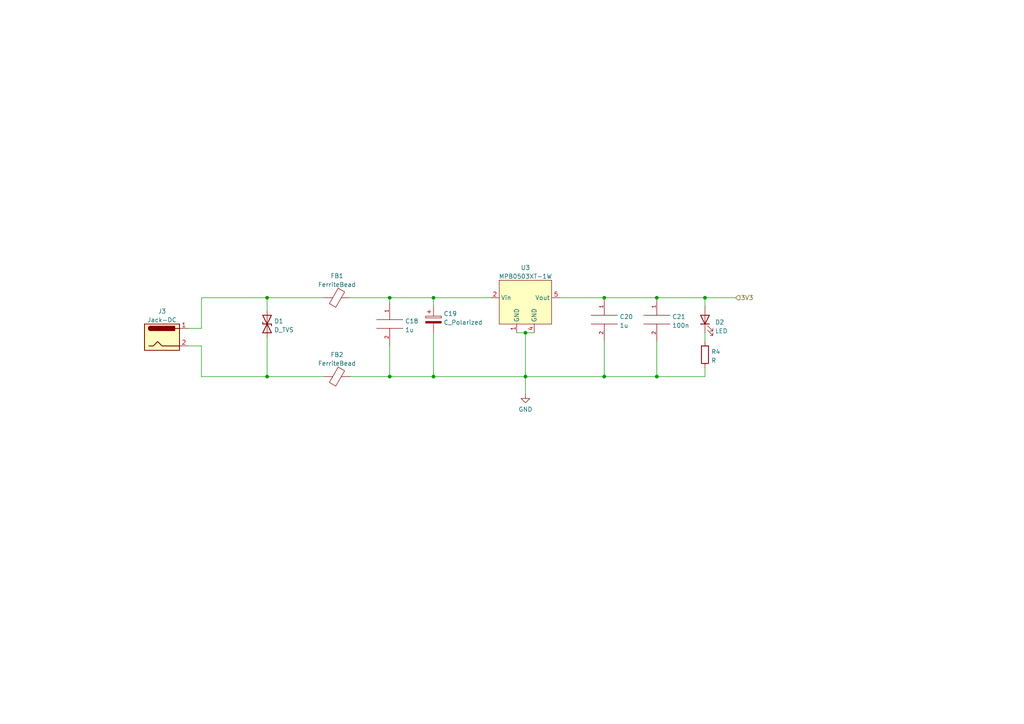
<source format=kicad_sch>
(kicad_sch (version 20211123) (generator eeschema)
  (paper "A4")
  (lib_symbols
    (symbol "Connector:Jack-DC" (pin_names (offset 1.016))
      (property "Reference" "J" (at 0 5.334 0))
      (property "Value" "Jack-DC" (at 0 -5.08 0))
      (symbol "Jack-DC_0_1"
        (rectangle (start -5.08 3.81) (end 5.08 -3.81) (stroke (width 0.254)) (fill (type background)))
        (arc (start -3.302 3.175) (mid -3.937 2.54) (end -3.302 1.905) (stroke (width 0.254)))
        (arc (start -3.302 3.175) (mid -3.937 2.54) (end -3.302 1.905) (stroke (width 0.254)) (fill (type outline)))
        (polyline (pts (xy 5.08 2.54) (xy 3.81 2.54)) (stroke (width 0.254)))
        (polyline (pts (xy -3.81 -2.54) (xy -2.54 -2.54) (xy -1.27 -1.27) (xy 0 -2.54) (xy 2.54 -2.54) (xy 5.08 -2.54)) (stroke (width 0.254)))
        (rectangle (start 3.683 3.175) (end -3.302 1.905) (stroke (width 0.254)) (fill (type outline)))
      )
      (symbol "Jack-DC_1_1"
        (pin passive line (at 7.62 2.54 180) (length 2.54) (name "~") (number "1"))
        (pin passive line (at 7.62 -2.54 180) (length 2.54) (name "~") (number "2"))
      )
    )
    (symbol "Device:C_Polarized" (pin_numbers hide) (pin_names (offset 0.254))
      (property "Reference" "C" (at 0.635 2.54 0))
      (property "Value" "C_Polarized" (at 0.635 -2.54 0))
      (symbol "C_Polarized_0_1"
        (rectangle (start -2.286 0.508) (end 2.286 1.016))
        (polyline (pts (xy -1.778 2.286) (xy -0.762 2.286)))
        (polyline (pts (xy -1.27 2.794) (xy -1.27 1.778)))
        (rectangle (start 2.286 -0.508) (end -2.286 -1.016) (fill (type outline)))
      )
      (symbol "C_Polarized_1_1"
        (pin passive line (at 0 3.81 270) (length 2.794) (name "~") (number "1"))
        (pin passive line (at 0 -3.81 90) (length 2.794) (name "~") (number "2"))
      )
    )
    (symbol "Device:D_TVS" (pin_numbers hide) (pin_names (offset 1.016) hide)
      (property "Reference" "D" (at 0 2.54 0))
      (property "Value" "D_TVS" (at 0 -2.54 0))
      (symbol "D_TVS_0_1"
        (polyline (pts (xy 1.27 0) (xy -1.27 0)))
        (polyline (pts (xy 0.508 1.27) (xy 0 1.27) (xy 0 -1.27) (xy -0.508 -1.27)) (stroke (width 0.254)))
        (polyline (pts (xy -2.54 1.27) (xy -2.54 -1.27) (xy 2.54 1.27) (xy 2.54 -1.27) (xy -2.54 1.27)) (stroke (width 0.254)))
      )
      (symbol "D_TVS_1_1"
        (pin passive line (at -3.81 0 0) (length 2.54) (name "A1") (number "1"))
        (pin passive line (at 3.81 0 180) (length 2.54) (name "A2") (number "2"))
      )
    )
    (symbol "Device:FerriteBead" (pin_numbers hide) (pin_names (offset 0))
      (property "Reference" "FB" (at -3.81 0.635 90))
      (property "Value" "FerriteBead" (at 3.81 0 90))
      (symbol "FerriteBead_0_1"
        (polyline (pts (xy 0 -1.27) (xy 0 -1.2192)))
        (polyline (pts (xy 0 1.27) (xy 0 1.2954)))
        (polyline (pts (xy -2.7686 0.4064) (xy -1.7018 2.2606) (xy 2.7686 -0.3048) (xy 1.6764 -2.159) (xy -2.7686 0.4064)))
      )
      (symbol "FerriteBead_1_1"
        (pin passive line (at 0 3.81 270) (length 2.54) (name "~") (number "1"))
        (pin passive line (at 0 -3.81 90) (length 2.54) (name "~") (number "2"))
      )
    )
    (symbol "Device:LED" (pin_numbers hide) (pin_names (offset 1.016) hide)
      (property "Reference" "D" (at 0 2.54 0))
      (property "Value" "LED" (at 0 -2.54 0))
      (symbol "LED_0_1"
        (polyline (pts (xy -1.27 -1.27) (xy -1.27 1.27)) (stroke (width 0.254)))
        (polyline (pts (xy -1.27 0) (xy 1.27 0)))
        (polyline (pts (xy 1.27 -1.27) (xy 1.27 1.27) (xy -1.27 0) (xy 1.27 -1.27)) (stroke (width 0.254)))
        (polyline (pts (xy -3.048 -0.762) (xy -4.572 -2.286) (xy -3.81 -2.286) (xy -4.572 -2.286) (xy -4.572 -1.524)))
        (polyline (pts (xy -1.778 -0.762) (xy -3.302 -2.286) (xy -2.54 -2.286) (xy -3.302 -2.286) (xy -3.302 -1.524)))
      )
      (symbol "LED_1_1"
        (pin passive line (at -3.81 0 0) (length 2.54) (name "K") (number "1"))
        (pin passive line (at 3.81 0 180) (length 2.54) (name "A") (number "2"))
      )
    )
    (symbol "Device:R" (pin_numbers hide) (pin_names (offset 0))
      (property "Reference" "R" (at 2.032 0 90))
      (property "Value" "R" (at 0 0 90))
      (symbol "R_0_1"
        (rectangle (start -1.016 -2.54) (end 1.016 2.54) (stroke (width 0.254)))
      )
      (symbol "R_1_1"
        (pin passive line (at 0 3.81 270) (length 1.27) (name "~") (number "1"))
        (pin passive line (at 0 -3.81 90) (length 1.27) (name "~") (number "2"))
      )
    )
    (symbol "MPB0503XT-1W:MPB0503XT-1W"
      (property "Reference" "U" (at 0 10.16 0))
      (property "Value" "MPB0503XT-1W" (at 0 7.62 0))
      (symbol "MPB0503XT-1W_0_1"
        (rectangle (start -7.62 5.08) (end 7.62 -7.62) (stroke (width 0.1524)) (fill (type background)))
      )
      (symbol "MPB0503XT-1W_1_1"
        (pin input line (at -2.54 -10.16 90) (length 2.54) (name "GND") (number "1"))
        (pin input line (at -10.16 0 0) (length 2.54) (name "Vin") (number "2"))
        (pin input line (at 2.54 -10.16 90) (length 2.54) (name "GND") (number "4"))
        (pin input line (at 10.16 0 180) (length 2.54) (name "Vout") (number "5"))
      )
    )
    (symbol "power:GND" (power) (pin_names (offset 0))
      (property "Value" "GND" (at 0 -3.81 0))
      (symbol "GND_0_1"
        (polyline (pts (xy 0 0) (xy 0 -1.27) (xy 1.27 -1.27) (xy 0 -2.54) (xy -1.27 -1.27) (xy 0 -1.27)))
      )
      (symbol "GND_1_1"
        (pin power_in line (at 0 0 270) (length 0) hide (name "GND") (number "1"))
      )
    )
    (symbol "pspice:C" (pin_names (offset 0.254))
      (property "Reference" "C" (at 2.54 3.81 90))
      (property "Value" "C" (at 2.54 -3.81 90))
      (symbol "C_0_1"
        (polyline (pts (xy -3.81 -1.27) (xy 3.81 -1.27)))
        (polyline (pts (xy -3.81 1.27) (xy 3.81 1.27)))
      )
      (symbol "C_1_1"
        (pin passive line (at 0 6.35 270) (length 5.08) (name "~") (number "1"))
        (pin passive line (at 0 -6.35 90) (length 5.08) (name "~") (number "2"))
      )
    )
  )
  (junction (at 125.73 86.36))
  (junction (at 190.5 109.22))
  (junction (at 152.4 109.22))
  (junction (at 204.47 86.36))
  (junction (at 190.5 86.36))
  (junction (at 113.03 109.22))
  (junction (at 152.4 96.52))
  (junction (at 125.73 109.22))
  (junction (at 175.26 86.36))
  (junction (at 77.47 86.36))
  (junction (at 175.26 109.22))
  (junction (at 113.03 86.36))
  (junction (at 77.47 109.22))
  (wire (pts (xy 204.47 86.36) (xy 204.47 88.9)))
  (wire (pts (xy 152.4 109.22) (xy 152.4 114.3)))
  (wire (pts (xy 190.5 86.36) (xy 204.47 86.36)))
  (wire (pts (xy 77.47 97.79) (xy 77.47 109.22)))
  (wire (pts (xy 54.61 100.33) (xy 58.42 100.33)))
  (wire (pts (xy 101.6 86.36) (xy 113.03 86.36)))
  (wire (pts (xy 125.73 96.52) (xy 125.73 109.22)))
  (wire (pts (xy 58.42 100.33) (xy 58.42 109.22)))
  (wire (pts (xy 101.6 109.22) (xy 113.03 109.22)))
  (wire (pts (xy 58.42 86.36) (xy 58.42 95.25)))
  (wire (pts (xy 113.03 109.22) (xy 125.73 109.22)))
  (wire (pts (xy 175.26 99.06) (xy 175.26 109.22)))
  (wire (pts (xy 125.73 88.9) (xy 125.73 86.36)))
  (wire (pts (xy 77.47 109.22) (xy 93.98 109.22)))
  (wire (pts (xy 113.03 86.36) (xy 113.03 87.63)))
  (wire (pts (xy 204.47 86.36) (xy 213.36 86.36)))
  (wire (pts (xy 152.4 96.52) (xy 152.4 109.22)))
  (wire (pts (xy 58.42 86.36) (xy 77.47 86.36)))
  (wire (pts (xy 190.5 99.06) (xy 190.5 109.22)))
  (wire (pts (xy 190.5 109.22) (xy 204.47 109.22)))
  (wire (pts (xy 77.47 90.17) (xy 77.47 86.36)))
  (wire (pts (xy 54.61 95.25) (xy 58.42 95.25)))
  (wire (pts (xy 152.4 109.22) (xy 125.73 109.22)))
  (wire (pts (xy 204.47 96.52) (xy 204.47 99.06)))
  (wire (pts (xy 113.03 86.36) (xy 125.73 86.36)))
  (wire (pts (xy 204.47 106.68) (xy 204.47 109.22)))
  (wire (pts (xy 58.42 109.22) (xy 77.47 109.22)))
  (wire (pts (xy 175.26 86.36) (xy 190.5 86.36)))
  (wire (pts (xy 113.03 100.33) (xy 113.03 109.22)))
  (wire (pts (xy 149.86 96.52) (xy 152.4 96.52)))
  (wire (pts (xy 162.56 86.36) (xy 175.26 86.36)))
  (wire (pts (xy 190.5 109.22) (xy 175.26 109.22)))
  (wire (pts (xy 125.73 86.36) (xy 142.24 86.36)))
  (wire (pts (xy 152.4 109.22) (xy 175.26 109.22)))
  (wire (pts (xy 152.4 96.52) (xy 154.94 96.52)))
  (wire (pts (xy 77.47 86.36) (xy 93.98 86.36)))
  (hierarchical_label "3V3" (shape input) (at 213.36 86.36 0))
  (symbol (lib_id "MPB0503XT-1W:MPB0503XT-1W") (at 152.4 86.36 0) (unit 1)
    (property "Reference" "U3" (at 152.4 77.631 0))
    (property "Value" "MPB0503XT-1W" (at 152.4 80.1679 0))
  )
  (symbol (lib_id "Device:D_TVS") (at 77.47 93.98 90) (unit 1)
    (property "Reference" "D1" (at 79.502 93.1453 90) (effects (justify right)))
    (property "Value" "D_TVS" (at 79.502 95.6822 90) (effects (justify right)))
    (property "Footprint" "Diode_SMD:D_SMB" (effects hide))
  )
  (symbol (lib_id "Device:LED") (at 204.47 92.71 90) (unit 1)
    (property "Reference" "D2" (at 207.391 93.4628 90) (effects (justify right)))
    (property "Value" "LED" (at 207.391 95.9997 90) (effects (justify right)))
  )
  (symbol (lib_id "Device:C_Polarized") (at 125.73 92.71 0) (unit 1)
    (property "Reference" "C19" (at 128.651 90.9863 0) (effects (justify left)))
    (property "Value" "C_Polarized" (at 128.651 93.5232 0) (effects (justify left)))
  )
  (symbol (lib_id "power:GND") (at 152.4 114.3 0) (unit 1)
    (property "Reference" "#PWR0132" (effects hide))
    (property "Value" "GND" (at 152.4 118.7434 0))
  )
  (symbol (lib_id "pspice:C") (at 175.26 92.71 0) (unit 1)
    (property "Reference" "C20" (at 179.705 91.8753 0) (effects (justify left)))
    (property "Value" "1u" (at 179.705 94.4122 0) (effects (justify left)))
  )
  (symbol (lib_id "Device:R") (at 204.47 102.87 0) (unit 1)
    (property "Reference" "R4" (at 206.248 102.0353 0) (effects (justify left)))
    (property "Value" "R" (at 206.248 104.5722 0) (effects (justify left)))
  )
  (symbol (lib_id "pspice:C") (at 190.5 92.71 0) (unit 1)
    (property "Reference" "C21" (at 194.945 91.8753 0) (effects (justify left)))
    (property "Value" "100n" (at 194.945 94.4122 0) (effects (justify left)))
  )
  (symbol (lib_id "pspice:C") (at 113.03 93.98 0) (unit 1)
    (property "Reference" "C18" (at 117.475 93.1453 0) (effects (justify left)))
    (property "Value" "1u" (at 117.475 95.6822 0) (effects (justify left)))
  )
  (symbol (lib_id "Device:FerriteBead") (at 97.79 109.22 90) (unit 1)
    (property "Reference" "FB2" (at 97.7392 102.8786 90))
    (property "Value" "FerriteBead" (at 97.7392 105.4155 90))
  )
  (symbol (lib_id "Connector:Jack-DC") (at 46.99 97.79 0) (unit 1)
    (property "Reference" "J3" (at 46.99 90.2802 0))
    (property "Value" "Jack-DC" (at 46.99 92.8171 0))
    (property "Footprint" "Connector_BarrelJack:BarrelJack_CLIFF_FC681465S_SMT_Horizontal" (effects hide))
  )
  (symbol (lib_id "Device:FerriteBead") (at 97.79 86.36 90) (unit 1)
    (property "Reference" "FB1" (at 97.7392 80.0186 90))
    (property "Value" "FerriteBead" (at 97.7392 82.5555 90))
  )
)
</source>
